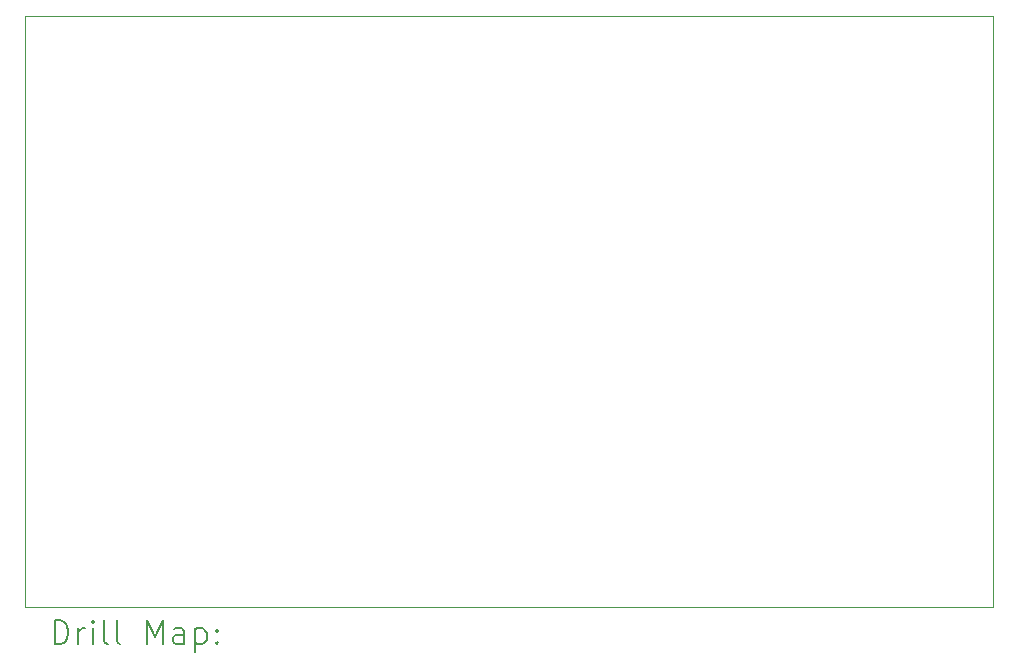
<source format=gbr>
%FSLAX45Y45*%
G04 Gerber Fmt 4.5, Leading zero omitted, Abs format (unit mm)*
G04 Created by KiCad (PCBNEW (6.0.6)) date 2024-05-12 15:37:09*
%MOMM*%
%LPD*%
G01*
G04 APERTURE LIST*
%TA.AperFunction,Profile*%
%ADD10C,0.100000*%
%TD*%
%ADD11C,0.200000*%
G04 APERTURE END LIST*
D10*
X3715000Y-2380000D02*
X11915000Y-2380000D01*
X11915000Y-2380000D02*
X11915000Y-7380000D01*
X11915000Y-7380000D02*
X3715000Y-7380000D01*
X3715000Y-7380000D02*
X3715000Y-2380000D01*
D11*
X3967619Y-7695476D02*
X3967619Y-7495476D01*
X4015238Y-7495476D01*
X4043809Y-7505000D01*
X4062857Y-7524048D01*
X4072381Y-7543095D01*
X4081905Y-7581190D01*
X4081905Y-7609762D01*
X4072381Y-7647857D01*
X4062857Y-7666905D01*
X4043809Y-7685952D01*
X4015238Y-7695476D01*
X3967619Y-7695476D01*
X4167619Y-7695476D02*
X4167619Y-7562143D01*
X4167619Y-7600238D02*
X4177143Y-7581190D01*
X4186667Y-7571667D01*
X4205714Y-7562143D01*
X4224762Y-7562143D01*
X4291429Y-7695476D02*
X4291429Y-7562143D01*
X4291429Y-7495476D02*
X4281905Y-7505000D01*
X4291429Y-7514524D01*
X4300952Y-7505000D01*
X4291429Y-7495476D01*
X4291429Y-7514524D01*
X4415238Y-7695476D02*
X4396190Y-7685952D01*
X4386667Y-7666905D01*
X4386667Y-7495476D01*
X4520000Y-7695476D02*
X4500952Y-7685952D01*
X4491429Y-7666905D01*
X4491429Y-7495476D01*
X4748571Y-7695476D02*
X4748571Y-7495476D01*
X4815238Y-7638333D01*
X4881905Y-7495476D01*
X4881905Y-7695476D01*
X5062857Y-7695476D02*
X5062857Y-7590714D01*
X5053333Y-7571667D01*
X5034286Y-7562143D01*
X4996190Y-7562143D01*
X4977143Y-7571667D01*
X5062857Y-7685952D02*
X5043810Y-7695476D01*
X4996190Y-7695476D01*
X4977143Y-7685952D01*
X4967619Y-7666905D01*
X4967619Y-7647857D01*
X4977143Y-7628809D01*
X4996190Y-7619286D01*
X5043810Y-7619286D01*
X5062857Y-7609762D01*
X5158095Y-7562143D02*
X5158095Y-7762143D01*
X5158095Y-7571667D02*
X5177143Y-7562143D01*
X5215238Y-7562143D01*
X5234286Y-7571667D01*
X5243810Y-7581190D01*
X5253333Y-7600238D01*
X5253333Y-7657381D01*
X5243810Y-7676428D01*
X5234286Y-7685952D01*
X5215238Y-7695476D01*
X5177143Y-7695476D01*
X5158095Y-7685952D01*
X5339048Y-7676428D02*
X5348571Y-7685952D01*
X5339048Y-7695476D01*
X5329524Y-7685952D01*
X5339048Y-7676428D01*
X5339048Y-7695476D01*
X5339048Y-7571667D02*
X5348571Y-7581190D01*
X5339048Y-7590714D01*
X5329524Y-7581190D01*
X5339048Y-7571667D01*
X5339048Y-7590714D01*
M02*

</source>
